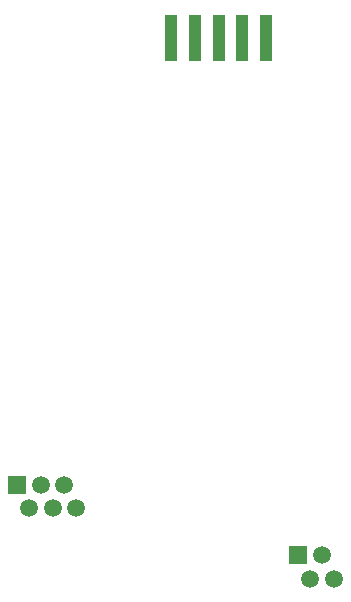
<source format=gbr>
%TF.GenerationSoftware,KiCad,Pcbnew,7.0.8-7.0.8~ubuntu22.04.1*%
%TF.CreationDate,2023-10-21T10:39:40-04:00*%
%TF.ProjectId,DDRN_Hardware,4444524e-5f48-4617-9264-776172652e6b,rev?*%
%TF.SameCoordinates,Original*%
%TF.FileFunction,Soldermask,Bot*%
%TF.FilePolarity,Negative*%
%FSLAX46Y46*%
G04 Gerber Fmt 4.6, Leading zero omitted, Abs format (unit mm)*
G04 Created by KiCad (PCBNEW 7.0.8-7.0.8~ubuntu22.04.1) date 2023-10-21 10:39:40*
%MOMM*%
%LPD*%
G01*
G04 APERTURE LIST*
%ADD10R,1.000000X4.000000*%
%ADD11R,1.500000X1.500000*%
%ADD12C,1.500000*%
G04 APERTURE END LIST*
D10*
%TO.C,J8*%
X141700000Y-76200000D03*
X139700000Y-76200000D03*
X137700000Y-76200000D03*
X135700000Y-76200000D03*
X133700000Y-76200000D03*
%TD*%
D11*
%TO.C,J5*%
X120647500Y-114025000D03*
D12*
X121647500Y-116025000D03*
X122647500Y-114025000D03*
X123647500Y-116025000D03*
X124647500Y-114025000D03*
X125647500Y-116025000D03*
%TD*%
D11*
%TO.C,J4*%
X144437500Y-119995000D03*
D12*
X145437500Y-121995000D03*
X146437500Y-119995000D03*
X147437500Y-121995000D03*
%TD*%
M02*

</source>
